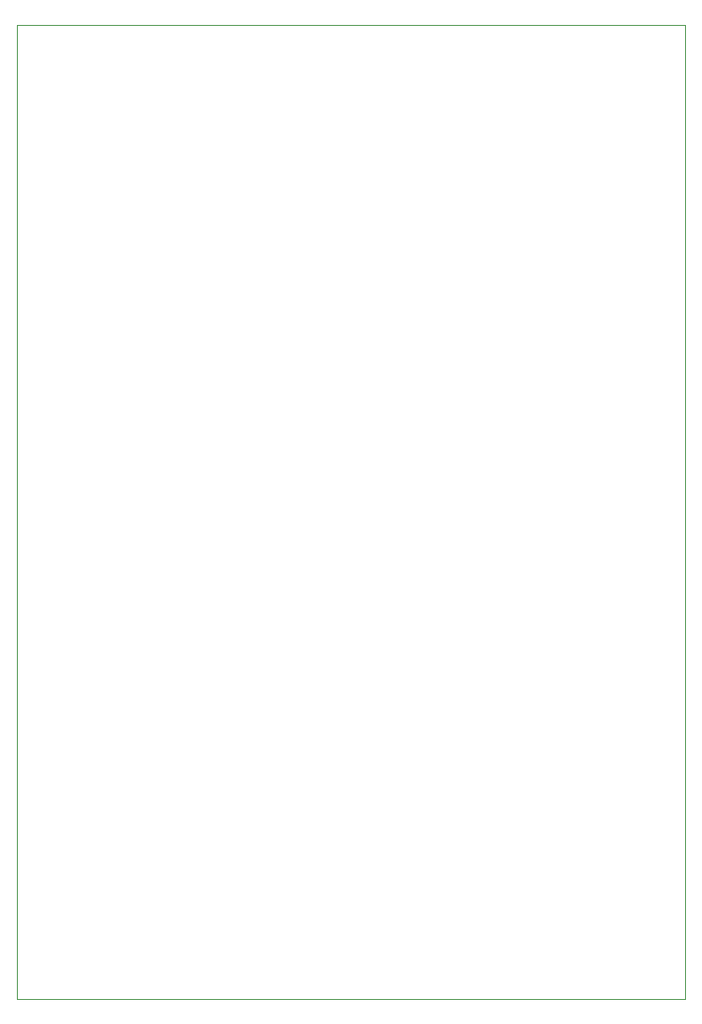
<source format=gm1>
G04 #@! TF.GenerationSoftware,KiCad,Pcbnew,8.0.0*
G04 #@! TF.CreationDate,2024-03-12T14:16:29+01:00*
G04 #@! TF.ProjectId,Samochodzik,53616d6f-6368-46f6-947a-696b2e6b6963,rev?*
G04 #@! TF.SameCoordinates,Original*
G04 #@! TF.FileFunction,Profile,NP*
%FSLAX46Y46*%
G04 Gerber Fmt 4.6, Leading zero omitted, Abs format (unit mm)*
G04 Created by KiCad (PCBNEW 8.0.0) date 2024-03-12 14:16:29*
%MOMM*%
%LPD*%
G01*
G04 APERTURE LIST*
G04 #@! TA.AperFunction,Profile*
%ADD10C,0.050000*%
G04 #@! TD*
G04 APERTURE END LIST*
D10*
X185500000Y-47500000D02*
X249000000Y-47500000D01*
X249000000Y-140000000D01*
X185500000Y-140000000D01*
X185500000Y-47500000D01*
M02*

</source>
